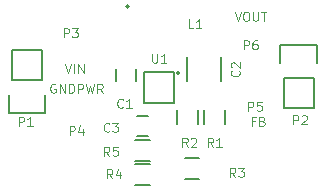
<source format=gbr>
G04 #@! TF.FileFunction,Legend,Top*
%FSLAX46Y46*%
G04 Gerber Fmt 4.6, Leading zero omitted, Abs format (unit mm)*
G04 Created by KiCad (PCBNEW 0.201508060901+6055~28~ubuntu14.04.1-product) date Wed 12 Aug 2015 10:53:55 PM EDT*
%MOMM*%
G01*
G04 APERTURE LIST*
%ADD10C,0.100000*%
%ADD11C,0.101600*%
%ADD12C,0.150000*%
G04 APERTURE END LIST*
D10*
D11*
X175560428Y-108172714D02*
X175814428Y-108934714D01*
X176068428Y-108172714D01*
X176467571Y-108172714D02*
X176612714Y-108172714D01*
X176685286Y-108209000D01*
X176757857Y-108281571D01*
X176794143Y-108426714D01*
X176794143Y-108680714D01*
X176757857Y-108825857D01*
X176685286Y-108898429D01*
X176612714Y-108934714D01*
X176467571Y-108934714D01*
X176395000Y-108898429D01*
X176322429Y-108825857D01*
X176286143Y-108680714D01*
X176286143Y-108426714D01*
X176322429Y-108281571D01*
X176395000Y-108209000D01*
X176467571Y-108172714D01*
X177120715Y-108172714D02*
X177120715Y-108789571D01*
X177157000Y-108862143D01*
X177193286Y-108898429D01*
X177265857Y-108934714D01*
X177411000Y-108934714D01*
X177483572Y-108898429D01*
X177519857Y-108862143D01*
X177556143Y-108789571D01*
X177556143Y-108172714D01*
X177810143Y-108172714D02*
X178245572Y-108172714D01*
X178027858Y-108934714D02*
X178027858Y-108172714D01*
X177265858Y-117425571D02*
X177011858Y-117425571D01*
X177011858Y-117824714D02*
X177011858Y-117062714D01*
X177374715Y-117062714D01*
X177919001Y-117425571D02*
X178027858Y-117461857D01*
X178064143Y-117498143D01*
X178100429Y-117570714D01*
X178100429Y-117679571D01*
X178064143Y-117752143D01*
X178027858Y-117788429D01*
X177955286Y-117824714D01*
X177665001Y-117824714D01*
X177665001Y-117062714D01*
X177919001Y-117062714D01*
X177991572Y-117099000D01*
X178027858Y-117135286D01*
X178064143Y-117207857D01*
X178064143Y-117280429D01*
X178027858Y-117353000D01*
X177991572Y-117389286D01*
X177919001Y-117425571D01*
X177665001Y-117425571D01*
X161209428Y-112617714D02*
X161463428Y-113379714D01*
X161717428Y-112617714D01*
X161971429Y-113379714D02*
X161971429Y-112617714D01*
X162334286Y-113379714D02*
X162334286Y-112617714D01*
X162769714Y-113379714D01*
X162769714Y-112617714D01*
X160393000Y-114305000D02*
X160320429Y-114268714D01*
X160211572Y-114268714D01*
X160102715Y-114305000D01*
X160030143Y-114377571D01*
X159993858Y-114450143D01*
X159957572Y-114595286D01*
X159957572Y-114704143D01*
X159993858Y-114849286D01*
X160030143Y-114921857D01*
X160102715Y-114994429D01*
X160211572Y-115030714D01*
X160284143Y-115030714D01*
X160393000Y-114994429D01*
X160429286Y-114958143D01*
X160429286Y-114704143D01*
X160284143Y-114704143D01*
X160755858Y-115030714D02*
X160755858Y-114268714D01*
X161191286Y-115030714D01*
X161191286Y-114268714D01*
X161554144Y-115030714D02*
X161554144Y-114268714D01*
X161735572Y-114268714D01*
X161844429Y-114305000D01*
X161917001Y-114377571D01*
X161953286Y-114450143D01*
X161989572Y-114595286D01*
X161989572Y-114704143D01*
X161953286Y-114849286D01*
X161917001Y-114921857D01*
X161844429Y-114994429D01*
X161735572Y-115030714D01*
X161554144Y-115030714D01*
X162316144Y-115030714D02*
X162316144Y-114268714D01*
X162606429Y-114268714D01*
X162679001Y-114305000D01*
X162715286Y-114341286D01*
X162751572Y-114413857D01*
X162751572Y-114522714D01*
X162715286Y-114595286D01*
X162679001Y-114631571D01*
X162606429Y-114667857D01*
X162316144Y-114667857D01*
X163005572Y-114268714D02*
X163187001Y-115030714D01*
X163332144Y-114486429D01*
X163477286Y-115030714D01*
X163658715Y-114268714D01*
X164384429Y-115030714D02*
X164130429Y-114667857D01*
X163949001Y-115030714D02*
X163949001Y-114268714D01*
X164239286Y-114268714D01*
X164311858Y-114305000D01*
X164348143Y-114341286D01*
X164384429Y-114413857D01*
X164384429Y-114522714D01*
X164348143Y-114595286D01*
X164311858Y-114631571D01*
X164239286Y-114667857D01*
X163949001Y-114667857D01*
D12*
X167220000Y-114038000D02*
X167220000Y-113038000D01*
X165520000Y-113038000D02*
X165520000Y-114038000D01*
X174441000Y-114035000D02*
X174441000Y-112035000D01*
X171491000Y-112035000D02*
X171491000Y-114035000D01*
X167259000Y-118711000D02*
X168259000Y-118711000D01*
X168259000Y-117011000D02*
X167259000Y-117011000D01*
X156710000Y-113924000D02*
X156710000Y-111384000D01*
X156430000Y-116744000D02*
X156430000Y-115194000D01*
X156710000Y-113924000D02*
X159250000Y-113924000D01*
X159530000Y-115194000D02*
X159530000Y-116744000D01*
X159530000Y-116744000D02*
X156430000Y-116744000D01*
X159250000Y-113924000D02*
X159250000Y-111384000D01*
X159250000Y-111384000D02*
X156710000Y-111384000D01*
X182245000Y-113792000D02*
X182245000Y-116332000D01*
X182525000Y-110972000D02*
X182525000Y-112522000D01*
X182245000Y-113792000D02*
X179705000Y-113792000D01*
X179425000Y-112522000D02*
X179425000Y-110972000D01*
X179425000Y-110972000D02*
X182525000Y-110972000D01*
X179705000Y-113792000D02*
X179705000Y-116332000D01*
X179705000Y-116332000D02*
X182245000Y-116332000D01*
X174738000Y-116494000D02*
X174738000Y-117694000D01*
X172988000Y-117694000D02*
X172988000Y-116494000D01*
X170702000Y-117694000D02*
X170702000Y-116494000D01*
X172452000Y-116494000D02*
X172452000Y-117694000D01*
X172550000Y-122292000D02*
X171350000Y-122292000D01*
X171350000Y-120542000D02*
X172550000Y-120542000D01*
X168359000Y-122800000D02*
X167159000Y-122800000D01*
X167159000Y-121050000D02*
X168359000Y-121050000D01*
X168359000Y-120768000D02*
X167159000Y-120768000D01*
X167159000Y-119018000D02*
X168359000Y-119018000D01*
X170464000Y-115854000D02*
X170464000Y-113254000D01*
X170464000Y-113254000D02*
X167864000Y-113254000D01*
X167864000Y-113254000D02*
X167864000Y-115854000D01*
X170464000Y-115854000D02*
X167864000Y-115854000D01*
X170905421Y-113354000D02*
G75*
G03X170905421Y-113354000I-141421J0D01*
G01*
X166651421Y-107720000D02*
G75*
G03X166651421Y-107720000I-141421J0D01*
G01*
D11*
X166108000Y-116228143D02*
X166071714Y-116264429D01*
X165962857Y-116300714D01*
X165890286Y-116300714D01*
X165781429Y-116264429D01*
X165708857Y-116191857D01*
X165672572Y-116119286D01*
X165636286Y-115974143D01*
X165636286Y-115865286D01*
X165672572Y-115720143D01*
X165708857Y-115647571D01*
X165781429Y-115575000D01*
X165890286Y-115538714D01*
X165962857Y-115538714D01*
X166071714Y-115575000D01*
X166108000Y-115611286D01*
X166833714Y-116300714D02*
X166398286Y-116300714D01*
X166616000Y-116300714D02*
X166616000Y-115538714D01*
X166543429Y-115647571D01*
X166470857Y-115720143D01*
X166398286Y-115756429D01*
X175938143Y-113162000D02*
X175974429Y-113198286D01*
X176010714Y-113307143D01*
X176010714Y-113379714D01*
X175974429Y-113488571D01*
X175901857Y-113561143D01*
X175829286Y-113597428D01*
X175684143Y-113633714D01*
X175575286Y-113633714D01*
X175430143Y-113597428D01*
X175357571Y-113561143D01*
X175285000Y-113488571D01*
X175248714Y-113379714D01*
X175248714Y-113307143D01*
X175285000Y-113198286D01*
X175321286Y-113162000D01*
X175321286Y-112871714D02*
X175285000Y-112835428D01*
X175248714Y-112762857D01*
X175248714Y-112581428D01*
X175285000Y-112508857D01*
X175321286Y-112472571D01*
X175393857Y-112436286D01*
X175466429Y-112436286D01*
X175575286Y-112472571D01*
X176010714Y-112908000D01*
X176010714Y-112436286D01*
X164965000Y-118260143D02*
X164928714Y-118296429D01*
X164819857Y-118332714D01*
X164747286Y-118332714D01*
X164638429Y-118296429D01*
X164565857Y-118223857D01*
X164529572Y-118151286D01*
X164493286Y-118006143D01*
X164493286Y-117897286D01*
X164529572Y-117752143D01*
X164565857Y-117679571D01*
X164638429Y-117607000D01*
X164747286Y-117570714D01*
X164819857Y-117570714D01*
X164928714Y-117607000D01*
X164965000Y-117643286D01*
X165219000Y-117570714D02*
X165690714Y-117570714D01*
X165436714Y-117861000D01*
X165545572Y-117861000D01*
X165618143Y-117897286D01*
X165654429Y-117933571D01*
X165690714Y-118006143D01*
X165690714Y-118187571D01*
X165654429Y-118260143D01*
X165618143Y-118296429D01*
X165545572Y-118332714D01*
X165327857Y-118332714D01*
X165255286Y-118296429D01*
X165219000Y-118260143D01*
X157290572Y-117824714D02*
X157290572Y-117062714D01*
X157580857Y-117062714D01*
X157653429Y-117099000D01*
X157689714Y-117135286D01*
X157726000Y-117207857D01*
X157726000Y-117316714D01*
X157689714Y-117389286D01*
X157653429Y-117425571D01*
X157580857Y-117461857D01*
X157290572Y-117461857D01*
X158451714Y-117824714D02*
X158016286Y-117824714D01*
X158234000Y-117824714D02*
X158234000Y-117062714D01*
X158161429Y-117171571D01*
X158088857Y-117244143D01*
X158016286Y-117280429D01*
X180531572Y-117697714D02*
X180531572Y-116935714D01*
X180821857Y-116935714D01*
X180894429Y-116972000D01*
X180930714Y-117008286D01*
X180967000Y-117080857D01*
X180967000Y-117189714D01*
X180930714Y-117262286D01*
X180894429Y-117298571D01*
X180821857Y-117334857D01*
X180531572Y-117334857D01*
X181257286Y-117008286D02*
X181293572Y-116972000D01*
X181366143Y-116935714D01*
X181547572Y-116935714D01*
X181620143Y-116972000D01*
X181656429Y-117008286D01*
X181692714Y-117080857D01*
X181692714Y-117153429D01*
X181656429Y-117262286D01*
X181221000Y-117697714D01*
X181692714Y-117697714D01*
X161100572Y-110331714D02*
X161100572Y-109569714D01*
X161390857Y-109569714D01*
X161463429Y-109606000D01*
X161499714Y-109642286D01*
X161536000Y-109714857D01*
X161536000Y-109823714D01*
X161499714Y-109896286D01*
X161463429Y-109932571D01*
X161390857Y-109968857D01*
X161100572Y-109968857D01*
X161790000Y-109569714D02*
X162261714Y-109569714D01*
X162007714Y-109860000D01*
X162116572Y-109860000D01*
X162189143Y-109896286D01*
X162225429Y-109932571D01*
X162261714Y-110005143D01*
X162261714Y-110186571D01*
X162225429Y-110259143D01*
X162189143Y-110295429D01*
X162116572Y-110331714D01*
X161898857Y-110331714D01*
X161826286Y-110295429D01*
X161790000Y-110259143D01*
X161600572Y-118591714D02*
X161600572Y-117829714D01*
X161890857Y-117829714D01*
X161963429Y-117866000D01*
X161999714Y-117902286D01*
X162036000Y-117974857D01*
X162036000Y-118083714D01*
X161999714Y-118156286D01*
X161963429Y-118192571D01*
X161890857Y-118228857D01*
X161600572Y-118228857D01*
X162689143Y-118083714D02*
X162689143Y-118591714D01*
X162507714Y-117793429D02*
X162326286Y-118337714D01*
X162798000Y-118337714D01*
X176721572Y-116554714D02*
X176721572Y-115792714D01*
X177011857Y-115792714D01*
X177084429Y-115829000D01*
X177120714Y-115865286D01*
X177157000Y-115937857D01*
X177157000Y-116046714D01*
X177120714Y-116119286D01*
X177084429Y-116155571D01*
X177011857Y-116191857D01*
X176721572Y-116191857D01*
X177846429Y-115792714D02*
X177483572Y-115792714D01*
X177447286Y-116155571D01*
X177483572Y-116119286D01*
X177556143Y-116083000D01*
X177737572Y-116083000D01*
X177810143Y-116119286D01*
X177846429Y-116155571D01*
X177882714Y-116228143D01*
X177882714Y-116409571D01*
X177846429Y-116482143D01*
X177810143Y-116518429D01*
X177737572Y-116554714D01*
X177556143Y-116554714D01*
X177483572Y-116518429D01*
X177447286Y-116482143D01*
X176340572Y-111347714D02*
X176340572Y-110585714D01*
X176630857Y-110585714D01*
X176703429Y-110622000D01*
X176739714Y-110658286D01*
X176776000Y-110730857D01*
X176776000Y-110839714D01*
X176739714Y-110912286D01*
X176703429Y-110948571D01*
X176630857Y-110984857D01*
X176340572Y-110984857D01*
X177429143Y-110585714D02*
X177284000Y-110585714D01*
X177211429Y-110622000D01*
X177175143Y-110658286D01*
X177102572Y-110767143D01*
X177066286Y-110912286D01*
X177066286Y-111202571D01*
X177102572Y-111275143D01*
X177138857Y-111311429D01*
X177211429Y-111347714D01*
X177356572Y-111347714D01*
X177429143Y-111311429D01*
X177465429Y-111275143D01*
X177501714Y-111202571D01*
X177501714Y-111021143D01*
X177465429Y-110948571D01*
X177429143Y-110912286D01*
X177356572Y-110876000D01*
X177211429Y-110876000D01*
X177138857Y-110912286D01*
X177102572Y-110948571D01*
X177066286Y-111021143D01*
X173736000Y-119597714D02*
X173482000Y-119234857D01*
X173300572Y-119597714D02*
X173300572Y-118835714D01*
X173590857Y-118835714D01*
X173663429Y-118872000D01*
X173699714Y-118908286D01*
X173736000Y-118980857D01*
X173736000Y-119089714D01*
X173699714Y-119162286D01*
X173663429Y-119198571D01*
X173590857Y-119234857D01*
X173300572Y-119234857D01*
X174461714Y-119597714D02*
X174026286Y-119597714D01*
X174244000Y-119597714D02*
X174244000Y-118835714D01*
X174171429Y-118944571D01*
X174098857Y-119017143D01*
X174026286Y-119053429D01*
X171577000Y-119597714D02*
X171323000Y-119234857D01*
X171141572Y-119597714D02*
X171141572Y-118835714D01*
X171431857Y-118835714D01*
X171504429Y-118872000D01*
X171540714Y-118908286D01*
X171577000Y-118980857D01*
X171577000Y-119089714D01*
X171540714Y-119162286D01*
X171504429Y-119198571D01*
X171431857Y-119234857D01*
X171141572Y-119234857D01*
X171867286Y-118908286D02*
X171903572Y-118872000D01*
X171976143Y-118835714D01*
X172157572Y-118835714D01*
X172230143Y-118872000D01*
X172266429Y-118908286D01*
X172302714Y-118980857D01*
X172302714Y-119053429D01*
X172266429Y-119162286D01*
X171831000Y-119597714D01*
X172302714Y-119597714D01*
X175633000Y-122142714D02*
X175379000Y-121779857D01*
X175197572Y-122142714D02*
X175197572Y-121380714D01*
X175487857Y-121380714D01*
X175560429Y-121417000D01*
X175596714Y-121453286D01*
X175633000Y-121525857D01*
X175633000Y-121634714D01*
X175596714Y-121707286D01*
X175560429Y-121743571D01*
X175487857Y-121779857D01*
X175197572Y-121779857D01*
X175887000Y-121380714D02*
X176358714Y-121380714D01*
X176104714Y-121671000D01*
X176213572Y-121671000D01*
X176286143Y-121707286D01*
X176322429Y-121743571D01*
X176358714Y-121816143D01*
X176358714Y-121997571D01*
X176322429Y-122070143D01*
X176286143Y-122106429D01*
X176213572Y-122142714D01*
X175995857Y-122142714D01*
X175923286Y-122106429D01*
X175887000Y-122070143D01*
X165219000Y-122269714D02*
X164965000Y-121906857D01*
X164783572Y-122269714D02*
X164783572Y-121507714D01*
X165073857Y-121507714D01*
X165146429Y-121544000D01*
X165182714Y-121580286D01*
X165219000Y-121652857D01*
X165219000Y-121761714D01*
X165182714Y-121834286D01*
X165146429Y-121870571D01*
X165073857Y-121906857D01*
X164783572Y-121906857D01*
X165872143Y-121761714D02*
X165872143Y-122269714D01*
X165690714Y-121471429D02*
X165509286Y-122015714D01*
X165981000Y-122015714D01*
X164965000Y-120364714D02*
X164711000Y-120001857D01*
X164529572Y-120364714D02*
X164529572Y-119602714D01*
X164819857Y-119602714D01*
X164892429Y-119639000D01*
X164928714Y-119675286D01*
X164965000Y-119747857D01*
X164965000Y-119856714D01*
X164928714Y-119929286D01*
X164892429Y-119965571D01*
X164819857Y-120001857D01*
X164529572Y-120001857D01*
X165654429Y-119602714D02*
X165291572Y-119602714D01*
X165255286Y-119965571D01*
X165291572Y-119929286D01*
X165364143Y-119893000D01*
X165545572Y-119893000D01*
X165618143Y-119929286D01*
X165654429Y-119965571D01*
X165690714Y-120038143D01*
X165690714Y-120219571D01*
X165654429Y-120292143D01*
X165618143Y-120328429D01*
X165545572Y-120364714D01*
X165364143Y-120364714D01*
X165291572Y-120328429D01*
X165255286Y-120292143D01*
X168575429Y-111728714D02*
X168575429Y-112345571D01*
X168611714Y-112418143D01*
X168648000Y-112454429D01*
X168720571Y-112490714D01*
X168865714Y-112490714D01*
X168938286Y-112454429D01*
X168974571Y-112418143D01*
X169010857Y-112345571D01*
X169010857Y-111728714D01*
X169772857Y-112490714D02*
X169337429Y-112490714D01*
X169555143Y-112490714D02*
X169555143Y-111728714D01*
X169482572Y-111837571D01*
X169410000Y-111910143D01*
X169337429Y-111946429D01*
X172077001Y-109569714D02*
X171714144Y-109569714D01*
X171714144Y-108807714D01*
X172730143Y-109569714D02*
X172294715Y-109569714D01*
X172512429Y-109569714D02*
X172512429Y-108807714D01*
X172439858Y-108916571D01*
X172367286Y-108989143D01*
X172294715Y-109025429D01*
M02*

</source>
